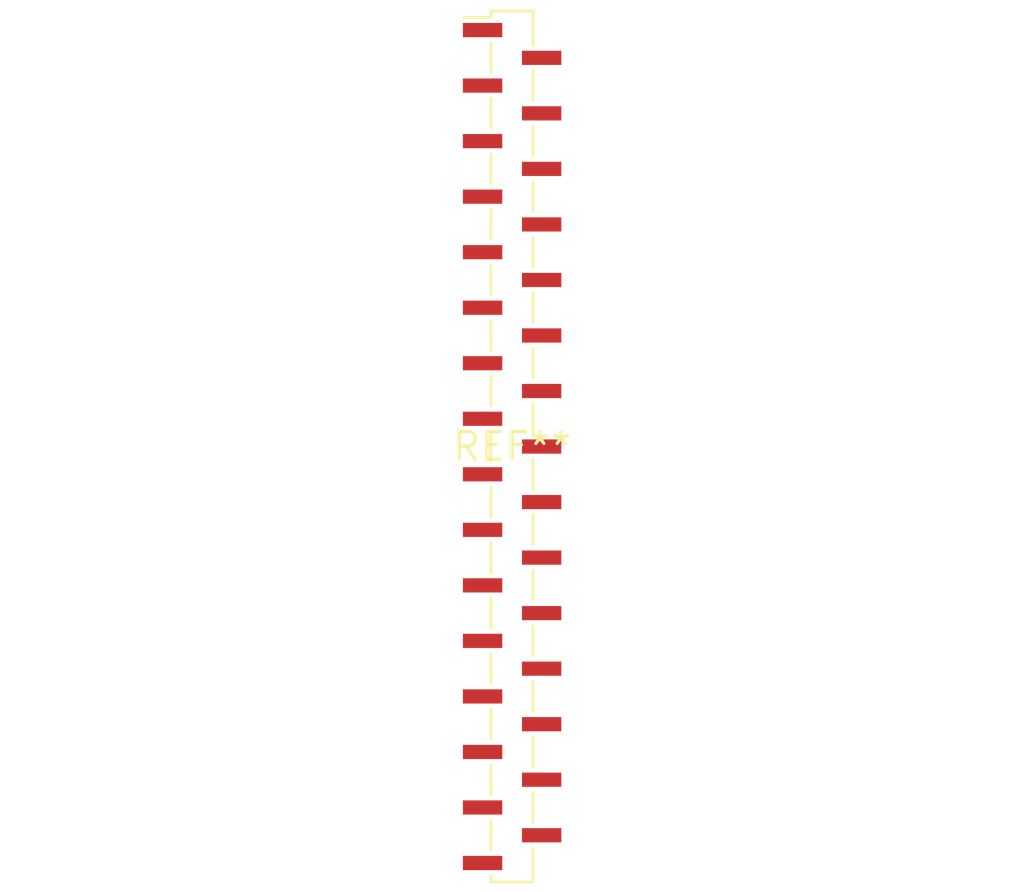
<source format=kicad_pcb>
(kicad_pcb (version 20240108) (generator pcbnew)
  (layers (0 "F.Cu" signal) (31 "B.Cu" signal) (34 "B.Paste" user) (35 "F.Paste" user) (36 "B.SilkS" user "B.Silkscreen") (37 "F.SilkS" user "F.Silkscreen") (38 "B.Mask" user) (39 "F.Mask" user) (44 "Edge.Cuts" user))
  (net 0 "")
  (footprint "PinSocket_1x31_P1.27mm_Vertical_SMD_Pin1Left" (layer "F.Cu") (at 0 0)
    (property "Reference" "REF**")
    (property "Value" "PinSocket_1x31_P1.27mm_Vertical_SMD_Pin1Left")
    (fp_line (start -2.19 -19.635) (end -0.96 -19.635) (layer "F.SilkS") (stroke (width 0.12)))
    (fp_line (start -0.96 -19.92) (end -0.96 -19.635) (layer "F.SilkS") (stroke (width 0.12)))
    (fp_line (start -0.96 -19.92) (end 0.96 -19.92) (layer "F.SilkS") (stroke (width 0.12)))
    (fp_line (start -0.96 -18.465) (end -0.96 -17.095) (layer "F.SilkS") (stroke (width 0.12)))
    (fp_line (start -0.96 -15.925) (end -0.96 -14.555) (layer "F.SilkS") (stroke (width 0.12)))
    (fp_line (start -0.96 -13.385) (end -0.96 -12.015) (layer "F.SilkS") (stroke (width 0.12)))
    (fp_line (start -0.96 -10.845) (end -0.96 -9.475) (layer "F.SilkS") (stroke (width 0.12)))
    (fp_line (start -0.96 -8.305) (end -0.96 -6.935) (layer "F.SilkS") (stroke (width 0.12)))
    (fp_line (start -0.96 -5.765) (end -0.96 -4.395) (layer "F.SilkS") (stroke (width 0.12)))
    (fp_line (start -0.96 -3.225) (end -0.96 -1.855) (layer "F.SilkS") (stroke (width 0.12)))
    (fp_line (start -0.96 -0.685) (end -0.96 0.685) (layer "F.SilkS") (stroke (width 0.12)))
    (fp_line (start -0.96 1.855) (end -0.96 3.225) (layer "F.SilkS") (stroke (width 0.12)))
    (fp_line (start -0.96 4.395) (end -0.96 5.765) (layer "F.SilkS") (stroke (width 0.12)))
    (fp_line (start -0.96 6.935) (end -0.96 8.305) (layer "F.SilkS") (stroke (width 0.12)))
    (fp_line (start -0.96 9.475) (end -0.96 10.845) (layer "F.SilkS") (stroke (width 0.12)))
    (fp_line (start -0.96 12.015) (end -0.96 13.385) (layer "F.SilkS") (stroke (width 0.12)))
    (fp_line (start -0.96 14.555) (end -0.96 15.925) (layer "F.SilkS") (stroke (width 0.12)))
    (fp_line (start -0.96 17.095) (end -0.96 18.465) (layer "F.SilkS") (stroke (width 0.12)))
    (fp_line (start -0.96 19.635) (end -0.96 19.92) (layer "F.SilkS") (stroke (width 0.12)))
    (fp_line (start -0.96 19.92) (end 0.96 19.92) (layer "F.SilkS") (stroke (width 0.12)))
    (fp_line (start 0.96 -19.92) (end 0.96 -18.365) (layer "F.SilkS") (stroke (width 0.12)))
    (fp_line (start 0.96 -17.195) (end 0.96 -15.825) (layer "F.SilkS") (stroke (width 0.12)))
    (fp_line (start 0.96 -14.655) (end 0.96 -13.285) (layer "F.SilkS") (stroke (width 0.12)))
    (fp_line (start 0.96 -12.115) (end 0.96 -10.745) (layer "F.SilkS") (stroke (width 0.12)))
    (fp_line (start 0.96 -9.575) (end 0.96 -8.205) (layer "F.SilkS") (stroke (width 0.12)))
    (fp_line (start 0.96 -7.035) (end 0.96 -5.665) (layer "F.SilkS") (stroke (width 0.12)))
    (fp_line (start 0.96 -4.495) (end 0.96 -3.125) (layer "F.SilkS") (stroke (width 0.12)))
    (fp_line (start 0.96 -1.955) (end 0.96 -0.585) (layer "F.SilkS") (stroke (width 0.12)))
    (fp_line (start 0.96 0.585) (end 0.96 1.955) (layer "F.SilkS") (stroke (width 0.12)))
    (fp_line (start 0.96 3.125) (end 0.96 4.495) (layer "F.SilkS") (stroke (width 0.12)))
    (fp_line (start 0.96 5.665) (end 0.96 7.035) (layer "F.SilkS") (stroke (width 0.12)))
    (fp_line (start 0.96 8.205) (end 0.96 9.575) (layer "F.SilkS") (stroke (width 0.12)))
    (fp_line (start 0.96 10.745) (end 0.96 12.115) (layer "F.SilkS") (stroke (width 0.12)))
    (fp_line (start 0.96 13.285) (end 0.96 14.655) (layer "F.SilkS") (stroke (width 0.12)))
    (fp_line (start 0.96 15.825) (end 0.96 17.195) (layer "F.SilkS") (stroke (width 0.12)))
    (fp_line (start 0.96 18.365) (end 0.96 19.92) (layer "F.SilkS") (stroke (width 0.12)))
    (pad "1" smd rect (at -1.35 -19.05) (size 1.8 0.65) (layers "F.Cu" "F.Paste" "F.Mask"))
    (pad "2" smd rect (at 1.35 -17.78) (size 1.8 0.65) (layers "F.Cu" "F.Paste" "F.Mask"))
    (pad "3" smd rect (at -1.35 -16.51) (size 1.8 0.65) (layers "F.Cu" "F.Paste" "F.Mask"))
    (pad "4" smd rect (at 1.35 -15.24) (size 1.8 0.65) (layers "F.Cu" "F.Paste" "F.Mask"))
    (pad "5" smd rect (at -1.35 -13.97) (size 1.8 0.65) (layers "F.Cu" "F.Paste" "F.Mask"))
    (pad "6" smd rect (at 1.35 -12.7) (size 1.8 0.65) (layers "F.Cu" "F.Paste" "F.Mask"))
    (pad "7" smd rect (at -1.35 -11.43) (size 1.8 0.65) (layers "F.Cu" "F.Paste" "F.Mask"))
    (pad "8" smd rect (at 1.35 -10.16) (size 1.8 0.65) (layers "F.Cu" "F.Paste" "F.Mask"))
    (pad "9" smd rect (at -1.35 -8.89) (size 1.8 0.65) (layers "F.Cu" "F.Paste" "F.Mask"))
    (pad "10" smd rect (at 1.35 -7.62) (size 1.8 0.65) (layers "F.Cu" "F.Paste" "F.Mask"))
    (pad "11" smd rect (at -1.35 -6.35) (size 1.8 0.65) (layers "F.Cu" "F.Paste" "F.Mask"))
    (pad "12" smd rect (at 1.35 -5.08) (size 1.8 0.65) (layers "F.Cu" "F.Paste" "F.Mask"))
    (pad "13" smd rect (at -1.35 -3.81) (size 1.8 0.65) (layers "F.Cu" "F.Paste" "F.Mask"))
    (pad "14" smd rect (at 1.35 -2.54) (size 1.8 0.65) (layers "F.Cu" "F.Paste" "F.Mask"))
    (pad "15" smd rect (at -1.35 -1.27) (size 1.8 0.65) (layers "F.Cu" "F.Paste" "F.Mask"))
    (pad "16" smd rect (at 1.35 0) (size 1.8 0.65) (layers "F.Cu" "F.Paste" "F.Mask"))
    (pad "17" smd rect (at -1.35 1.27) (size 1.8 0.65) (layers "F.Cu" "F.Paste" "F.Mask"))
    (pad "18" smd rect (at 1.35 2.54) (size 1.8 0.65) (layers "F.Cu" "F.Paste" "F.Mask"))
    (pad "19" smd rect (at -1.35 3.81) (size 1.8 0.65) (layers "F.Cu" "F.Paste" "F.Mask"))
    (pad "20" smd rect (at 1.35 5.08) (size 1.8 0.65) (layers "F.Cu" "F.Paste" "F.Mask"))
    (pad "21" smd rect (at -1.35 6.35) (size 1.8 0.65) (layers "F.Cu" "F.Paste" "F.Mask"))
    (pad "22" smd rect (at 1.35 7.62) (size 1.8 0.65) (layers "F.Cu" "F.Paste" "F.Mask"))
    (pad "23" smd rect (at -1.35 8.89) (size 1.8 0.65) (layers "F.Cu" "F.Paste" "F.Mask"))
    (pad "24" smd rect (at 1.35 10.16) (size 1.8 0.65) (layers "F.Cu" "F.Paste" "F.Mask"))
    (pad "25" smd rect (at -1.35 11.43) (size 1.8 0.65) (layers "F.Cu" "F.Paste" "F.Mask"))
    (pad "26" smd rect (at 1.35 12.7) (size 1.8 0.65) (layers "F.Cu" "F.Paste" "F.Mask"))
    (pad "27" smd rect (at -1.35 13.97) (size 1.8 0.65) (layers "F.Cu" "F.Paste" "F.Mask"))
    (pad "28" smd rect (at 1.35 15.24) (size 1.8 0.65) (layers "F.Cu" "F.Paste" "F.Mask"))
    (pad "29" smd rect (at -1.35 16.51) (size 1.8 0.65) (layers "F.Cu" "F.Paste" "F.Mask"))
    (pad "30" smd rect (at 1.35 17.78) (size 1.8 0.65) (layers "F.Cu" "F.Paste" "F.Mask"))
    (pad "31" smd rect (at -1.35 19.05) (size 1.8 0.65) (layers "F.Cu" "F.Paste" "F.Mask"))
  )
)
</source>
